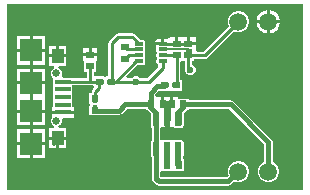
<source format=gtl>
G04*
G04 #@! TF.GenerationSoftware,Altium Limited,Altium Designer,21.2.0 (30)*
G04*
G04 Layer_Physical_Order=1*
G04 Layer_Color=255*
%FSLAX25Y25*%
%MOIN*%
G70*
G04*
G04 #@! TF.SameCoordinates,97C633C7-0035-430A-B59B-8A352E4D0A73*
G04*
G04*
G04 #@! TF.FilePolarity,Positive*
G04*
G01*
G75*
%ADD10C,0.00787*%
%ADD13R,0.01968X0.02362*%
%ADD14R,0.02362X0.01968*%
G04:AMPARAMS|DCode=15|XSize=29.13mil|YSize=11.02mil|CornerRadius=1.38mil|HoleSize=0mil|Usage=FLASHONLY|Rotation=0.000|XOffset=0mil|YOffset=0mil|HoleType=Round|Shape=RoundedRectangle|*
%AMROUNDEDRECTD15*
21,1,0.02913,0.00827,0,0,0.0*
21,1,0.02638,0.01102,0,0,0.0*
1,1,0.00276,0.01319,-0.00413*
1,1,0.00276,-0.01319,-0.00413*
1,1,0.00276,-0.01319,0.00413*
1,1,0.00276,0.01319,0.00413*
%
%ADD15ROUNDEDRECTD15*%
G04:AMPARAMS|DCode=16|XSize=47.64mil|YSize=22.84mil|CornerRadius=2.85mil|HoleSize=0mil|Usage=FLASHONLY|Rotation=270.000|XOffset=0mil|YOffset=0mil|HoleType=Round|Shape=RoundedRectangle|*
%AMROUNDEDRECTD16*
21,1,0.04764,0.01713,0,0,270.0*
21,1,0.04193,0.02284,0,0,270.0*
1,1,0.00571,-0.00856,-0.02097*
1,1,0.00571,-0.00856,0.02097*
1,1,0.00571,0.00856,0.02097*
1,1,0.00571,0.00856,-0.02097*
%
%ADD16ROUNDEDRECTD16*%
%ADD17C,0.05906*%
%ADD18R,0.02756X0.02362*%
%ADD19R,0.02362X0.02756*%
%ADD20R,0.03937X0.04724*%
%ADD21R,0.05315X0.01575*%
%ADD22R,0.07480X0.07480*%
%ADD36C,0.01575*%
%ADD40R,0.03543X0.06299*%
%ADD41C,0.01968*%
%ADD42C,0.01102*%
%ADD43C,0.02284*%
%ADD44C,0.01500*%
%ADD45R,0.00591X0.01575*%
%ADD46R,0.00591X0.02362*%
%ADD47R,0.01575X0.00591*%
%ADD48R,0.02362X0.00591*%
%ADD49C,0.02559*%
%ADD50C,0.04016*%
%ADD51C,0.02362*%
G36*
X98425Y-0D02*
X0D01*
Y62008D01*
X98425D01*
Y-0D01*
D02*
G37*
%LPC*%
G36*
X87528Y60213D02*
X87508D01*
Y56760D01*
X90961D01*
Y56780D01*
X90691Y57785D01*
X90171Y58687D01*
X89435Y59423D01*
X88534Y59943D01*
X87528Y60213D01*
D02*
G37*
G36*
X86508D02*
X86488D01*
X85482Y59943D01*
X84581Y59423D01*
X83845Y58687D01*
X83324Y57785D01*
X83055Y56780D01*
Y56760D01*
X86508D01*
Y60213D01*
D02*
G37*
G36*
X77474Y59803D02*
X76541D01*
X75640Y59562D01*
X74832Y59095D01*
X74173Y58435D01*
X73706Y57627D01*
X73465Y56726D01*
Y55793D01*
X73706Y54892D01*
X73811Y54710D01*
X65230Y46129D01*
X63202D01*
X62730Y46720D01*
Y48401D01*
X60352D01*
Y48902D01*
X59852D01*
Y51083D01*
X56915D01*
Y48902D01*
X55915D01*
Y51083D01*
X54037D01*
Y50974D01*
X53873Y50808D01*
X53250Y50447D01*
X53031Y50491D01*
X52213D01*
Y48917D01*
X51713D01*
Y48417D01*
X49251D01*
X49322Y48060D01*
X49573Y47684D01*
X49698Y47600D01*
X49651Y47362D01*
Y46535D01*
X49708Y46251D01*
X49869Y46010D01*
Y45919D01*
X49708Y45678D01*
X49651Y45394D01*
Y44567D01*
X49708Y44283D01*
X49846Y43996D01*
X49708Y43709D01*
X49651Y43425D01*
Y42598D01*
X49708Y42314D01*
X49869Y42073D01*
X50053Y41950D01*
X50129Y41812D01*
X50270Y41089D01*
X46565Y37385D01*
X44255D01*
X43917Y37722D01*
X43266Y37992D01*
X42561D01*
X41910Y37722D01*
X41572Y37385D01*
X39961D01*
X39660Y38112D01*
X43396Y41848D01*
X43957D01*
X43997Y41856D01*
X45276D01*
X45560Y41912D01*
X45801Y42073D01*
X45962Y42314D01*
X46018Y42598D01*
Y43425D01*
X45962Y43709D01*
X45823Y43996D01*
X45962Y44283D01*
X46018Y44567D01*
Y45394D01*
X45962Y45678D01*
X45801Y45919D01*
Y46010D01*
X45962Y46251D01*
X46018Y46535D01*
Y47362D01*
X45962Y47646D01*
X45823Y47933D01*
X45962Y48220D01*
X46018Y48504D01*
Y49331D01*
X45962Y49615D01*
X45801Y49856D01*
X45560Y50017D01*
X45276Y50073D01*
X44166D01*
X44127Y50268D01*
X43874Y50646D01*
X42516Y52004D01*
X42138Y52257D01*
X41693Y52345D01*
X37008D01*
X36562Y52257D01*
X36185Y52004D01*
X34019Y49839D01*
X33767Y49461D01*
X33678Y49016D01*
Y38041D01*
X33563D01*
X33446Y37992D01*
X33268D01*
Y37992D01*
X32496Y37882D01*
X32087Y37992D01*
D01*
X31791Y38041D01*
X31201D01*
X31083Y37992D01*
X28937D01*
X28723Y38691D01*
Y39567D01*
X29528D01*
Y43095D01*
X29937D01*
Y44776D01*
X27559D01*
X25181D01*
Y43095D01*
X25591D01*
Y39567D01*
X26395D01*
Y37384D01*
X21654D01*
Y37598D01*
X18634D01*
X18119Y38385D01*
X18209Y38604D01*
Y39348D01*
X17924Y40035D01*
X17398Y40561D01*
X16986Y40732D01*
X17143Y41519D01*
X19701D01*
Y44381D01*
X13764D01*
Y41519D01*
X15535D01*
X15691Y40732D01*
X15280Y40561D01*
X14754Y40035D01*
X14469Y39348D01*
Y38604D01*
X14754Y37917D01*
X15158Y37512D01*
Y34842D01*
Y32283D01*
Y27771D01*
X14749D01*
Y26484D01*
X22063D01*
Y27771D01*
X21654D01*
Y32283D01*
Y35056D01*
X28501D01*
X28937Y34449D01*
X28593Y33783D01*
X28531Y33721D01*
X28279Y33343D01*
X28190Y32898D01*
Y32480D01*
X27362D01*
Y30334D01*
X27314Y30217D01*
Y29626D01*
X27362Y29509D01*
Y29331D01*
X27362D01*
X27473Y28558D01*
X27362Y28150D01*
D01*
X27314Y27854D01*
Y27264D01*
X27362Y27147D01*
Y25000D01*
X30906D01*
Y25208D01*
X37205D01*
X37728Y25312D01*
X38171Y25608D01*
X39838Y27275D01*
X46161D01*
Y26673D01*
X46771D01*
X47758Y25490D01*
Y21644D01*
X47826Y21302D01*
X48020Y21012D01*
X48141Y20931D01*
Y16667D01*
X48020Y16586D01*
X47826Y16296D01*
X47758Y15955D01*
Y11762D01*
X47826Y11420D01*
X48020Y11130D01*
X48141Y11049D01*
Y3831D01*
X48245Y3308D01*
X48541Y2865D01*
X49420Y1986D01*
X49863Y1690D01*
X50387Y1586D01*
X73701D01*
X74224Y1690D01*
X74667Y1986D01*
X75639Y2958D01*
X75640Y2958D01*
X76541Y2716D01*
X77474D01*
X78376Y2958D01*
X79184Y3424D01*
X79843Y4084D01*
X80310Y4892D01*
X80551Y5793D01*
Y6726D01*
X80310Y7627D01*
X79843Y8435D01*
X79184Y9095D01*
X78376Y9562D01*
X77474Y9803D01*
X76541D01*
X75640Y9562D01*
X74832Y9095D01*
X74173Y8435D01*
X73706Y7627D01*
X73465Y6726D01*
Y5793D01*
X73706Y4892D01*
X73707Y4891D01*
X73135Y4320D01*
X50953D01*
X50875Y4398D01*
Y6016D01*
X51378Y6594D01*
X54921D01*
Y6594D01*
X55315D01*
Y6594D01*
X58858D01*
Y10531D01*
X58594D01*
Y11307D01*
X58670Y11420D01*
X58738Y11762D01*
Y15955D01*
X58670Y16296D01*
X58476Y16586D01*
X58186Y16780D01*
X57845Y16848D01*
X56132D01*
X55790Y16780D01*
X55743Y16748D01*
X54494D01*
X54446Y16780D01*
X54104Y16848D01*
X52392D01*
X52050Y16780D01*
X52003Y16748D01*
X50875D01*
Y20471D01*
X51232Y21060D01*
X51294Y21151D01*
X52111D01*
X52563Y21339D01*
X52751Y21790D01*
Y25695D01*
X53119Y25846D01*
X53844Y25297D01*
X53805Y21838D01*
X53807Y21835D01*
X53805Y21831D01*
X53898Y21607D01*
X53987Y21384D01*
X53991Y21383D01*
X53992Y21379D01*
X54214Y21287D01*
X54437Y21192D01*
X54441Y21193D01*
X54444Y21192D01*
X55261D01*
X55354Y21231D01*
X55500Y21012D01*
X55790Y20819D01*
X56132Y20751D01*
X57845D01*
X58186Y20819D01*
X58476Y21012D01*
X58670Y21302D01*
X58738Y21644D01*
Y25482D01*
X59770Y26673D01*
X60433D01*
Y27275D01*
X73902D01*
X85641Y15536D01*
Y9562D01*
X85640Y9562D01*
X84832Y9095D01*
X84172Y8435D01*
X83706Y7627D01*
X83465Y6726D01*
Y5793D01*
X83706Y4892D01*
X84172Y4084D01*
X84832Y3424D01*
X85640Y2958D01*
X86541Y2716D01*
X87474D01*
X88376Y2958D01*
X89183Y3424D01*
X89843Y4084D01*
X90310Y4892D01*
X90551Y5793D01*
Y6726D01*
X90310Y7627D01*
X89843Y8435D01*
X89183Y9095D01*
X88376Y9562D01*
X88375Y9562D01*
Y16102D01*
X88271Y16625D01*
X87974Y17069D01*
X75435Y29608D01*
X74992Y29904D01*
X74468Y30009D01*
X60433D01*
Y30610D01*
X56906D01*
Y31020D01*
X55224D01*
Y28642D01*
X54224D01*
Y31020D01*
X52370D01*
Y28642D01*
X51370D01*
Y31020D01*
X49689D01*
X49300Y31646D01*
Y32013D01*
X50023Y32736D01*
X50591Y33268D01*
X52737D01*
X52855Y33219D01*
X53445D01*
X53562Y33268D01*
X53740D01*
Y33268D01*
X54513Y33378D01*
X54921Y33268D01*
D01*
X55216Y33219D01*
X55807D01*
X55924Y33268D01*
X58071D01*
Y35754D01*
X58093Y35866D01*
X58071Y35979D01*
Y36811D01*
X57579D01*
Y42636D01*
X58136Y43193D01*
X58383D01*
Y43193D01*
X58384D01*
Y43193D01*
X59188D01*
Y41170D01*
X59276Y40725D01*
X59316Y40665D01*
X59252Y40510D01*
Y39805D01*
X59522Y39154D01*
X60020Y38655D01*
X60671Y38386D01*
X61376D01*
X62027Y38655D01*
X62525Y39154D01*
X62795Y39805D01*
Y40510D01*
X62525Y41161D01*
X62027Y41659D01*
X61516Y41871D01*
Y43193D01*
X62321D01*
Y43800D01*
X65713D01*
X66158Y43889D01*
X66536Y44141D01*
X75458Y53063D01*
X75640Y52958D01*
X76541Y52716D01*
X77474D01*
X78376Y52958D01*
X79184Y53425D01*
X79843Y54084D01*
X80310Y54892D01*
X80551Y55793D01*
Y56726D01*
X80310Y57627D01*
X79843Y58435D01*
X79184Y59095D01*
X78376Y59562D01*
X77474Y59803D01*
D02*
G37*
G36*
X90961Y55760D02*
X87508D01*
Y52307D01*
X87528D01*
X88534Y52576D01*
X89435Y53097D01*
X90171Y53833D01*
X90691Y54734D01*
X90961Y55739D01*
Y55760D01*
D02*
G37*
G36*
X86508D02*
X83055D01*
Y55739D01*
X83324Y54734D01*
X83845Y53833D01*
X84581Y53097D01*
X85482Y52576D01*
X86488Y52307D01*
X86508D01*
Y55760D01*
D02*
G37*
G36*
X51213Y50491D02*
X50394D01*
X49950Y50402D01*
X49573Y50151D01*
X49322Y49775D01*
X49251Y49417D01*
X51213D01*
Y50491D01*
D02*
G37*
G36*
X62730Y51083D02*
X60852D01*
Y49402D01*
X62730D01*
Y51083D01*
D02*
G37*
G36*
X12614Y51393D02*
X8374D01*
Y47153D01*
X12614D01*
Y51393D01*
D02*
G37*
G36*
X7374D02*
X3134D01*
Y47153D01*
X7374D01*
Y51393D01*
D02*
G37*
G36*
X29937Y47457D02*
X28059D01*
Y45776D01*
X29937D01*
Y47457D01*
D02*
G37*
G36*
X27059D02*
X25181D01*
Y45776D01*
X27059D01*
Y47457D01*
D02*
G37*
G36*
X19701Y48244D02*
X17233D01*
Y45382D01*
X19701D01*
Y48244D01*
D02*
G37*
G36*
X16233D02*
X13764D01*
Y45382D01*
X16233D01*
Y48244D01*
D02*
G37*
G36*
X12614Y46153D02*
X8374D01*
Y41913D01*
X12614D01*
Y46153D01*
D02*
G37*
G36*
X7374D02*
X3134D01*
Y41913D01*
X7374D01*
Y46153D01*
D02*
G37*
G36*
X12614Y40566D02*
X8374D01*
Y36326D01*
X12614D01*
Y40566D01*
D02*
G37*
G36*
X7374D02*
X3134D01*
Y36326D01*
X7374D01*
Y40566D01*
D02*
G37*
G36*
X12614Y35326D02*
X3134D01*
Y31086D01*
Y26878D01*
X12614D01*
Y31086D01*
Y35326D01*
D02*
G37*
G36*
Y25878D02*
X8374D01*
Y21638D01*
X12614D01*
Y25878D01*
D02*
G37*
G36*
X7374D02*
X3134D01*
Y21638D01*
X7374D01*
Y25878D01*
D02*
G37*
G36*
X22063Y25484D02*
X14749D01*
Y24275D01*
X14469Y23600D01*
Y22856D01*
X14754Y22169D01*
X15280Y21643D01*
X15691Y21472D01*
X15535Y20685D01*
X13764D01*
Y17822D01*
X19701D01*
Y20685D01*
X17143D01*
X16986Y21472D01*
X17398Y21643D01*
X17924Y22169D01*
X18209Y22856D01*
Y23600D01*
X18608Y24196D01*
X22063D01*
Y25484D01*
D02*
G37*
G36*
X12614Y20291D02*
X8374D01*
Y16051D01*
X12614D01*
Y20291D01*
D02*
G37*
G36*
X7374D02*
X3134D01*
Y16051D01*
X7374D01*
Y20291D01*
D02*
G37*
G36*
X19701Y16822D02*
X17233D01*
Y13960D01*
X19701D01*
Y16822D01*
D02*
G37*
G36*
X16233D02*
X13764D01*
Y13960D01*
X16233D01*
Y16822D01*
D02*
G37*
G36*
X12614Y15051D02*
X8374D01*
Y10811D01*
X12614D01*
Y15051D01*
D02*
G37*
G36*
X7374D02*
X3134D01*
Y10811D01*
X7374D01*
Y15051D01*
D02*
G37*
%LPD*%
G36*
X61533Y43980D02*
X59466D01*
Y46429D01*
Y47130D01*
X61533D01*
Y43980D01*
D02*
G37*
G36*
X48917Y27899D02*
X50591Y25922D01*
X50591Y22047D01*
X48425Y22047D01*
X48425Y25689D01*
X46949Y27457D01*
X46949Y29823D01*
X48917Y29823D01*
X48917Y27899D01*
D02*
G37*
G36*
X59646Y27506D02*
X58071Y25689D01*
Y21752D01*
X55905Y21752D01*
X55905Y25984D01*
X57677Y27756D01*
Y29823D01*
X59646D01*
Y27506D01*
D02*
G37*
D10*
X51713Y46949D02*
X60532D01*
D13*
X56496Y35039D02*
D03*
X52165D02*
D03*
X34843Y36220D02*
D03*
X30512D02*
D03*
D14*
X29134Y30906D02*
D03*
Y26575D02*
D03*
D15*
X43957Y48917D02*
D03*
Y46949D02*
D03*
Y44980D02*
D03*
Y43012D02*
D03*
X51713D02*
D03*
Y44980D02*
D03*
Y46949D02*
D03*
Y48917D02*
D03*
D16*
X49508Y13858D02*
D03*
X53248D02*
D03*
X56988D02*
D03*
X49508Y23740D02*
D03*
X53248D02*
D03*
X56988D02*
D03*
D17*
X77008Y56260D02*
D03*
X87008D02*
D03*
X77008Y6260D02*
D03*
X87008D02*
D03*
D18*
X39092Y47720D02*
D03*
Y43783D02*
D03*
X56415Y48902D02*
D03*
Y44965D02*
D03*
X60352Y48902D02*
D03*
Y44965D02*
D03*
X27559Y45276D02*
D03*
Y41339D02*
D03*
D19*
X54724Y28642D02*
D03*
X58661D02*
D03*
X51870D02*
D03*
X47933D02*
D03*
X57087Y8563D02*
D03*
X53150D02*
D03*
D20*
X16733Y17322D02*
D03*
Y44881D02*
D03*
D21*
X18406Y36220D02*
D03*
Y33661D02*
D03*
Y31102D02*
D03*
Y28543D02*
D03*
Y25984D02*
D03*
D22*
X7874Y46653D02*
D03*
Y15551D02*
D03*
Y35826D02*
D03*
Y26378D02*
D03*
D36*
X47835Y48130D02*
D03*
Y43799D02*
D03*
X58071Y18504D02*
D03*
X45276Y51968D02*
D03*
X50754Y51982D02*
D03*
X47835Y51835D02*
D03*
X44541Y40674D02*
D03*
X47753Y40645D02*
D03*
X55118Y18504D02*
D03*
X52165D02*
D03*
D40*
X47835Y45965D02*
D03*
D41*
X51870Y28642D02*
X53248D01*
X54724D01*
X47835Y48130D02*
Y51835D01*
X53248Y8760D02*
Y13858D01*
X56988Y8563D02*
Y13858D01*
D42*
X30488Y36197D02*
X30511Y36220D01*
X29354Y31126D02*
Y32898D01*
X29134Y30906D02*
X29354Y31126D01*
Y32898D02*
X30488Y34032D01*
Y36197D01*
X56415Y48902D02*
X60352D01*
X34843Y49016D02*
X37008Y51181D01*
X34843Y36220D02*
Y49016D01*
Y36220D02*
X34843Y36220D01*
X36122D01*
X27559Y36220D02*
X30511D01*
X30512Y36220D01*
X18406Y36220D02*
X27559D01*
Y41339D01*
X60352Y44965D02*
X65713D01*
X77008Y56260D01*
X15315Y46653D02*
X16733Y45236D01*
Y44881D02*
Y45236D01*
Y16968D02*
Y17322D01*
X15315Y15551D02*
X16733Y16968D01*
X7874Y15551D02*
Y26378D01*
Y35826D01*
Y46653D01*
X42913Y36220D02*
X47047D01*
X36122D02*
X42913D01*
X60352Y41170D02*
Y44965D01*
Y41170D02*
X61024Y40498D01*
Y40157D02*
Y40498D01*
X56496Y35433D02*
X56929Y35866D01*
X56496Y35039D02*
Y35433D01*
X36122Y36220D02*
X42913Y43012D01*
X47047Y36220D02*
X51713Y40886D01*
X56415Y36139D02*
Y44965D01*
X51713Y44980D02*
X56399D01*
X56415Y44965D01*
X28937Y31102D02*
X29035Y31004D01*
X51713Y40886D02*
Y43012D01*
X43051Y48917D02*
Y49823D01*
X37008Y51181D02*
X41693D01*
X43051Y48917D02*
X43957D01*
X41693Y51181D02*
X43051Y49823D01*
X42913Y43012D02*
X43957D01*
X51713Y48917D02*
X56399D01*
X39092Y47622D02*
X39289D01*
X39962Y46949D02*
X43957D01*
X39289Y47622D02*
X39962Y46949D01*
X39289Y43685D02*
X40584Y44980D01*
X43957D01*
X39092Y43685D02*
X39289D01*
D43*
X53248Y23740D02*
Y28642D01*
D44*
X73701Y2953D02*
X77008Y6260D01*
X87008D02*
Y16102D01*
X49508Y3831D02*
Y13858D01*
X50387Y2953D02*
X73701D01*
X49508Y3831D02*
X50387Y2953D01*
X58661Y28642D02*
X74468D01*
X37205Y26575D02*
X39272Y28642D01*
X47933D01*
Y32579D01*
X50007Y34653D01*
X51931D01*
X52165Y34887D02*
Y35039D01*
X51931Y34653D02*
X52165Y34887D01*
X74468Y28642D02*
X87008Y16102D01*
X29134Y26575D02*
X37205D01*
X49508Y13858D02*
Y23740D01*
X56399Y48917D02*
X56415Y48902D01*
X53051Y8563D02*
X53248Y8760D01*
X56988Y8563D02*
X56988Y8563D01*
D45*
X55118Y35039D02*
D03*
X53543D02*
D03*
X33465Y36220D02*
D03*
X31890D02*
D03*
D46*
X55512Y35039D02*
D03*
X53150D02*
D03*
X33858Y36220D02*
D03*
X31496D02*
D03*
D47*
X29134Y29528D02*
D03*
X29134Y27953D02*
D03*
D48*
X29134Y29921D02*
D03*
X29134Y27559D02*
D03*
D49*
X16339Y38976D02*
D03*
Y23228D02*
D03*
D50*
X77008Y56260D02*
D03*
X87008D02*
D03*
X77008Y6260D02*
D03*
X87008D02*
D03*
D51*
X61024Y40157D02*
D03*
X42913Y36220D02*
D03*
M02*

</source>
